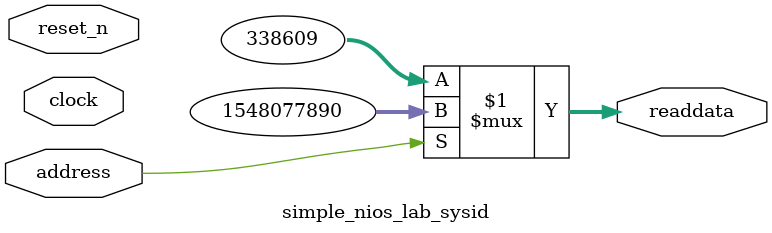
<source format=v>



// synthesis translate_off
`timescale 1ns / 1ps
// synthesis translate_on

// turn off superfluous verilog processor warnings 
// altera message_level Level1 
// altera message_off 10034 10035 10036 10037 10230 10240 10030 

module simple_nios_lab_sysid (
               // inputs:
                address,
                clock,
                reset_n,

               // outputs:
                readdata
             )
;

  output  [ 31: 0] readdata;
  input            address;
  input            clock;
  input            reset_n;

  wire    [ 31: 0] readdata;
  //control_slave, which is an e_avalon_slave
  assign readdata = address ? 1548077890 : 338609;

endmodule



</source>
